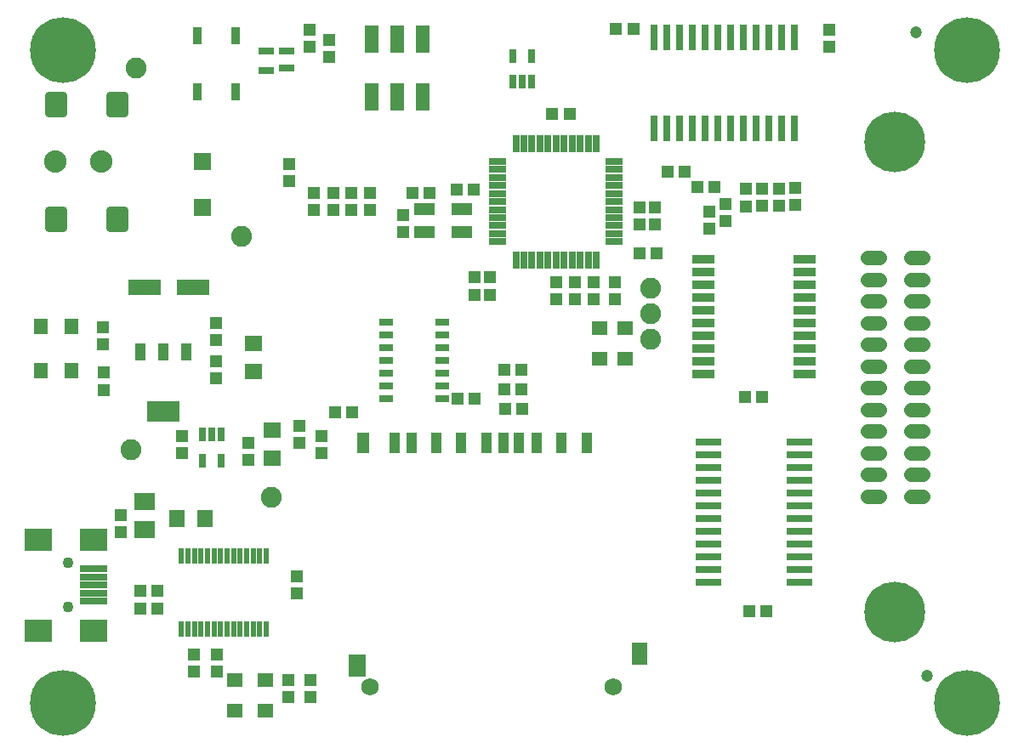
<source format=gbr>
G04 EAGLE Gerber RS-274X export*
G75*
%MOMM*%
%FSLAX34Y34*%
%LPD*%
%INSoldermask Top*%
%IPPOS*%
%AMOC8*
5,1,8,0,0,1.08239X$1,22.5*%
G01*
%ADD10R,1.203200X1.303200*%
%ADD11R,1.303200X1.203200*%
%ADD12C,1.203200*%
%ADD13R,1.603200X1.403200*%
%ADD14R,0.965200X1.727200*%
%ADD15R,1.403200X0.803200*%
%ADD16R,1.103200X2.003200*%
%ADD17R,1.603200X2.203200*%
%ADD18R,1.730200X2.203200*%
%ADD19R,1.303200X2.003200*%
%ADD20C,1.753200*%
%ADD21R,1.603200X1.803200*%
%ADD22R,2.003200X1.803200*%
%ADD23R,0.753200X1.403200*%
%ADD24R,1.703200X0.703200*%
%ADD25R,0.703200X1.703200*%
%ADD26R,1.803200X1.603200*%
%ADD27R,3.203200X1.603200*%
%ADD28R,1.016000X1.727200*%
%ADD29R,3.327400X2.108200*%
%ADD30R,1.673200X1.727200*%
%ADD31C,0.793150*%
%ADD32C,2.235200*%
%ADD33R,2.103200X1.303200*%
%ADD34C,1.422400*%
%ADD35C,6.045200*%
%ADD36R,1.403200X1.603200*%
%ADD37R,1.473200X2.743200*%
%ADD38R,2.235200X0.863600*%
%ADD39C,6.553200*%
%ADD40R,2.703200X0.703200*%
%ADD41R,2.703200X2.203200*%
%ADD42C,1.103200*%
%ADD43C,2.082800*%
%ADD44R,0.551200X1.600200*%
%ADD45R,1.524000X0.762000*%
%ADD46R,0.762000X2.514600*%
%ADD47R,2.514600X0.762000*%


D10*
X639420Y543900D03*
X639420Y526900D03*
X559320Y469300D03*
X559320Y452300D03*
X314450Y710400D03*
X314450Y693400D03*
D11*
X537100Y636700D03*
X554100Y636700D03*
D12*
X910200Y76920D03*
X899300Y718120D03*
D13*
X583870Y423300D03*
X583870Y393300D03*
D14*
X183750Y658760D03*
X183750Y714640D03*
X221850Y658760D03*
X221850Y714640D03*
D11*
X489900Y343500D03*
X506900Y343500D03*
X337900Y339500D03*
X320900Y339500D03*
X489400Y362400D03*
X506400Y362400D03*
D15*
X427200Y353300D03*
X427200Y366000D03*
X427200Y378700D03*
X427200Y391400D03*
X427200Y404100D03*
X427200Y416800D03*
X427200Y429500D03*
X371200Y429500D03*
X371200Y416800D03*
X371200Y404100D03*
X371200Y391400D03*
X371200Y378700D03*
X371200Y366000D03*
X371200Y353300D03*
D11*
X489400Y381900D03*
X506400Y381900D03*
D16*
X546300Y309200D03*
X521300Y309200D03*
X503800Y309200D03*
X488800Y309200D03*
X471300Y309200D03*
X446300Y309200D03*
X421300Y309200D03*
X397100Y309200D03*
X380100Y309200D03*
D17*
X623560Y99200D03*
D18*
X342710Y87700D03*
D19*
X348600Y309200D03*
D16*
X571300Y309200D03*
D20*
X598000Y66200D03*
X355400Y66200D03*
D10*
X107300Y220600D03*
X107300Y237600D03*
X274600Y73400D03*
X274600Y56400D03*
X475100Y473900D03*
X475100Y456900D03*
X459600Y473900D03*
X459600Y456900D03*
X202700Y98400D03*
X202700Y81400D03*
D21*
X191600Y234000D03*
X163600Y234000D03*
D11*
X126600Y161500D03*
X143600Y161500D03*
X126600Y144000D03*
X143600Y144000D03*
D10*
X180400Y98600D03*
X180400Y81600D03*
D13*
X221000Y42700D03*
X221000Y72700D03*
X251000Y42700D03*
X251000Y72700D03*
D22*
X131500Y222600D03*
X131500Y250600D03*
D23*
X497700Y668799D03*
X507200Y668799D03*
X516700Y668799D03*
X516700Y694801D03*
X497700Y694801D03*
D24*
X482700Y589600D03*
X482700Y581600D03*
X482700Y573600D03*
X482700Y565600D03*
X482700Y557600D03*
X482700Y549600D03*
X482700Y541600D03*
X482700Y533600D03*
X482700Y525600D03*
X482700Y517600D03*
X482700Y509600D03*
D25*
X500700Y491600D03*
X508700Y491600D03*
X516700Y491600D03*
X524700Y491600D03*
X532700Y491600D03*
X540700Y491600D03*
X548700Y491600D03*
X556700Y491600D03*
X564700Y491600D03*
X572700Y491600D03*
X580700Y491600D03*
D24*
X598700Y509600D03*
X598700Y517600D03*
X598700Y525600D03*
X598700Y533600D03*
X598700Y541600D03*
X598700Y549600D03*
X598700Y557600D03*
X598700Y565600D03*
X598700Y573600D03*
X598700Y581600D03*
X598700Y589600D03*
D25*
X580700Y607600D03*
X572700Y607600D03*
X564700Y607600D03*
X556700Y607600D03*
X548700Y607600D03*
X540700Y607600D03*
X532700Y607600D03*
X524700Y607600D03*
X516700Y607600D03*
X508700Y607600D03*
X500700Y607600D03*
D11*
X641200Y498000D03*
X624200Y498000D03*
D10*
X540600Y452200D03*
X540600Y469200D03*
D11*
X441800Y561200D03*
X458800Y561200D03*
D10*
X623700Y543800D03*
X623700Y526800D03*
D26*
X239900Y408600D03*
X239900Y380600D03*
D10*
X168500Y316400D03*
X168500Y299400D03*
D27*
X179500Y464500D03*
X131500Y464500D03*
D23*
X207300Y317601D03*
X197800Y317601D03*
X188300Y317601D03*
X188300Y291599D03*
X207300Y291599D03*
D10*
X234000Y292100D03*
X234000Y309100D03*
D28*
X172507Y400200D03*
X149800Y400200D03*
X126915Y400200D03*
D29*
X149800Y340790D03*
D10*
X202500Y428800D03*
X202500Y411800D03*
X202500Y390300D03*
X202500Y373300D03*
D26*
X258300Y321800D03*
X258300Y293800D03*
D30*
X188300Y589370D03*
X188300Y543830D03*
D31*
X49650Y637350D02*
X35550Y637350D01*
X35550Y655450D01*
X49650Y655450D01*
X49650Y637350D01*
X49650Y644885D02*
X35550Y644885D01*
X35550Y652420D02*
X49650Y652420D01*
X49650Y523350D02*
X35550Y523350D01*
X35550Y541450D01*
X49650Y541450D01*
X49650Y523350D01*
X49650Y530885D02*
X35550Y530885D01*
X35550Y538420D02*
X49650Y538420D01*
X96550Y637350D02*
X110650Y637350D01*
X96550Y637350D02*
X96550Y655450D01*
X110650Y655450D01*
X110650Y637350D01*
X110650Y644885D02*
X96550Y644885D01*
X96550Y652420D02*
X110650Y652420D01*
X110650Y523350D02*
X96550Y523350D01*
X96550Y541450D01*
X110650Y541450D01*
X110650Y523350D01*
X110650Y530885D02*
X96550Y530885D01*
X96550Y538420D02*
X110650Y538420D01*
D32*
X42600Y589400D03*
X88320Y589400D03*
D33*
X447000Y541800D03*
X410000Y518800D03*
X447000Y518800D03*
X410000Y541800D03*
D11*
X397700Y558000D03*
X414700Y558000D03*
D10*
X388100Y535800D03*
X388100Y518800D03*
D34*
X850614Y493745D02*
X862806Y493745D01*
X862806Y472155D02*
X850614Y472155D01*
X850614Y450565D02*
X862806Y450565D01*
X862806Y428975D02*
X850614Y428975D01*
X850614Y407385D02*
X862806Y407385D01*
X862806Y385795D02*
X850614Y385795D01*
X850614Y364205D02*
X862806Y364205D01*
X862806Y342615D02*
X850614Y342615D01*
X850614Y321025D02*
X862806Y321025D01*
X862806Y299435D02*
X850614Y299435D01*
X850614Y277845D02*
X862806Y277845D01*
X862806Y256255D02*
X850614Y256255D01*
X893794Y493745D02*
X905986Y493745D01*
X905986Y472155D02*
X893794Y472155D01*
X893794Y450565D02*
X905986Y450565D01*
X905986Y428975D02*
X893794Y428975D01*
X893794Y407385D02*
X905986Y407385D01*
X905986Y385795D02*
X893794Y385795D01*
X893794Y364205D02*
X905986Y364205D01*
X905986Y342615D02*
X893794Y342615D01*
X893794Y321025D02*
X905986Y321025D01*
X905986Y299435D02*
X893794Y299435D01*
X893794Y277845D02*
X905986Y277845D01*
X905986Y256255D02*
X893794Y256255D01*
D35*
X878300Y608934D03*
X878300Y141066D03*
D10*
X296000Y73100D03*
X296000Y56100D03*
X89400Y424100D03*
X89400Y407100D03*
D36*
X58100Y424800D03*
X28100Y424800D03*
D10*
X90300Y379100D03*
X90300Y362100D03*
D36*
X58100Y381400D03*
X28100Y381400D03*
D10*
X578200Y469600D03*
X578200Y452600D03*
D13*
X609500Y423100D03*
X609500Y393100D03*
D11*
X600600Y721400D03*
X617600Y721400D03*
D10*
X812500Y703400D03*
X812500Y720400D03*
X355600Y540900D03*
X355600Y557900D03*
X318700Y540900D03*
X318700Y557900D03*
X299300Y540900D03*
X299300Y557900D03*
X336500Y540800D03*
X336500Y557800D03*
X275400Y586700D03*
X275400Y569700D03*
D11*
X750000Y142000D03*
X733000Y142000D03*
X443000Y353000D03*
X460000Y353000D03*
D10*
X307500Y299000D03*
X307500Y316000D03*
X285000Y309000D03*
X285000Y326000D03*
D37*
X407900Y711000D03*
X407900Y654000D03*
X382500Y711000D03*
X382500Y654000D03*
X357100Y711000D03*
X357100Y654000D03*
D38*
X787792Y377850D03*
X787792Y390550D03*
X787792Y403250D03*
X787792Y415950D03*
X787792Y428650D03*
X787792Y441350D03*
X787792Y454050D03*
X787792Y466750D03*
X687208Y466750D03*
X687208Y454050D03*
X687208Y441350D03*
X687208Y428650D03*
X687208Y415950D03*
X687208Y403250D03*
X687208Y390550D03*
X687208Y377850D03*
X787792Y479450D03*
X787792Y492150D03*
X687208Y479450D03*
X687208Y492150D03*
D11*
X746000Y355000D03*
X729000Y355000D03*
D10*
X599500Y469000D03*
X599500Y452000D03*
D39*
X50000Y50000D03*
X950000Y50000D03*
X950000Y700000D03*
X50000Y700000D03*
D40*
X80000Y167500D03*
X80000Y175500D03*
X80000Y151500D03*
X80000Y159500D03*
D41*
X25000Y122500D03*
X25000Y212500D03*
X80000Y122500D03*
X80000Y212500D03*
D40*
X80000Y183500D03*
D42*
X55000Y189500D03*
X55000Y145500D03*
D43*
X227500Y515000D03*
X117500Y302500D03*
X257500Y255000D03*
X122500Y682500D03*
D44*
X252250Y123440D03*
X245750Y123440D03*
X239250Y123440D03*
X232750Y123440D03*
X226250Y123440D03*
X219750Y123440D03*
X213250Y123440D03*
X200250Y123440D03*
X206750Y123440D03*
X193750Y123440D03*
X187250Y123440D03*
X180750Y123440D03*
X174250Y123440D03*
X167750Y123440D03*
X252250Y196560D03*
X245750Y196560D03*
X239250Y196560D03*
X232750Y196560D03*
X226250Y196560D03*
X219750Y196560D03*
X213250Y196560D03*
X206750Y196560D03*
X200250Y196560D03*
X193750Y196560D03*
X187250Y196560D03*
X180750Y196560D03*
X174250Y196560D03*
X167750Y196560D03*
D43*
X635000Y412500D03*
X635000Y437900D03*
X635000Y463300D03*
D10*
X282500Y176000D03*
X282500Y159000D03*
D45*
X272660Y682253D03*
X272660Y699652D03*
X252340Y699652D03*
X252340Y680348D03*
D10*
X295000Y721000D03*
X295000Y704000D03*
X779000Y546000D03*
X779000Y563000D03*
X763000Y545500D03*
X763000Y562500D03*
X746000Y545500D03*
X746000Y562500D03*
X730000Y545000D03*
X730000Y562000D03*
D11*
X669000Y579000D03*
X652000Y579000D03*
X698500Y564000D03*
X681500Y564000D03*
D10*
X709000Y530500D03*
X709000Y547500D03*
X693000Y522500D03*
X693000Y539500D03*
D46*
X638650Y622788D03*
X651350Y622788D03*
X664050Y622788D03*
X676750Y622788D03*
X689450Y622788D03*
X702150Y622788D03*
X714850Y622788D03*
X727550Y622788D03*
X740250Y622788D03*
X752950Y622788D03*
X765650Y622788D03*
X778350Y622788D03*
X778350Y713212D03*
X765650Y713212D03*
X752950Y713212D03*
X740250Y713212D03*
X727550Y713212D03*
X714850Y713212D03*
X702150Y713212D03*
X689450Y713212D03*
X676750Y713212D03*
X664050Y713212D03*
X651350Y713212D03*
X638650Y713212D03*
D47*
X782712Y170150D03*
X782712Y182850D03*
X782712Y195550D03*
X782712Y208250D03*
X782712Y220950D03*
X782712Y233650D03*
X782712Y246350D03*
X782712Y259050D03*
X782712Y271750D03*
X782712Y284450D03*
X782712Y297150D03*
X782712Y309850D03*
X692288Y309850D03*
X692288Y297150D03*
X692288Y284450D03*
X692288Y271750D03*
X692288Y259050D03*
X692288Y246350D03*
X692288Y233650D03*
X692288Y220950D03*
X692288Y208250D03*
X692288Y195550D03*
X692288Y182850D03*
X692288Y170150D03*
M02*

</source>
